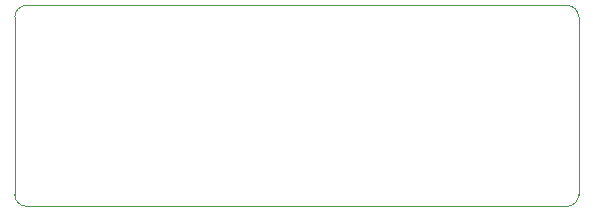
<source format=gbr>
%TF.GenerationSoftware,KiCad,Pcbnew,8.0.4*%
%TF.CreationDate,2024-09-19T23:06:27-05:00*%
%TF.ProjectId,IDC-26-Adapter-Rev1,4944432d-3236-42d4-9164-61707465722d,1.1*%
%TF.SameCoordinates,Original*%
%TF.FileFunction,Profile,NP*%
%FSLAX46Y46*%
G04 Gerber Fmt 4.6, Leading zero omitted, Abs format (unit mm)*
G04 Created by KiCad (PCBNEW 8.0.4) date 2024-09-19 23:06:27*
%MOMM*%
%LPD*%
G01*
G04 APERTURE LIST*
%TA.AperFunction,Profile*%
%ADD10C,0.100000*%
%TD*%
G04 APERTURE END LIST*
D10*
X127000000Y-86598000D02*
G75*
G02*
X128000000Y-85598000I1000000J0D01*
G01*
X173752000Y-85598000D02*
G75*
G02*
X174752000Y-86598000I0J-1000000D01*
G01*
X128000000Y-102616000D02*
G75*
G02*
X127000000Y-101616000I0J1000000D01*
G01*
X174752000Y-101616000D02*
G75*
G02*
X173752000Y-102616000I-1000000J0D01*
G01*
X127000000Y-101616000D02*
X127000000Y-86598000D01*
X128000000Y-85598000D02*
X173752000Y-85598000D01*
X174752000Y-86598000D02*
X174752000Y-101616000D01*
X173752000Y-102616000D02*
X128000000Y-102616000D01*
M02*

</source>
